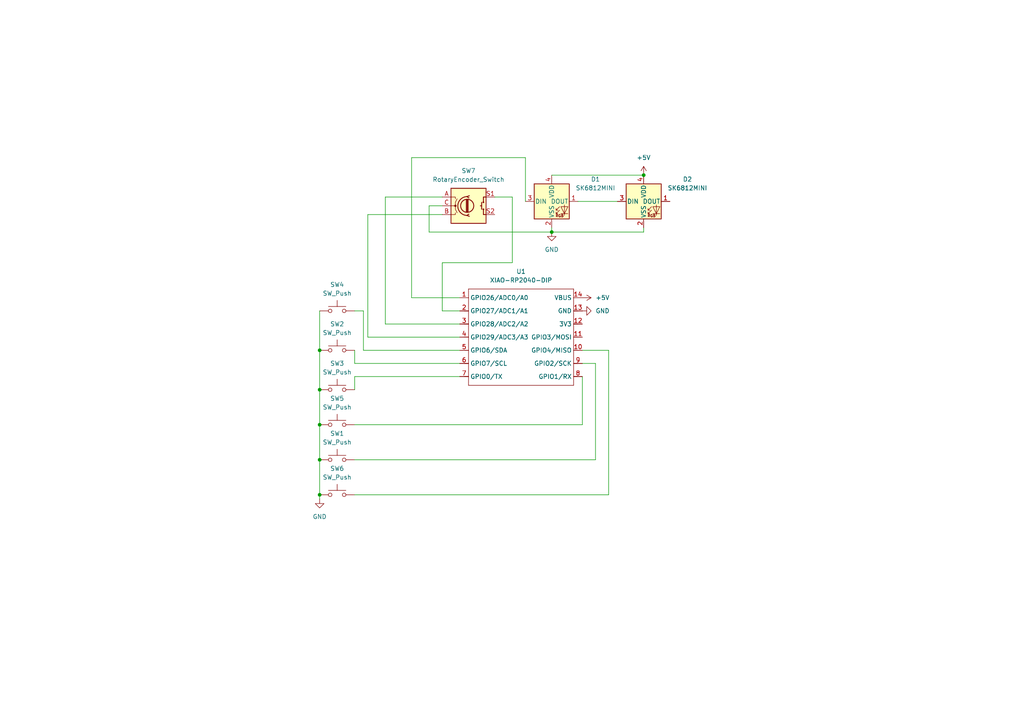
<source format=kicad_sch>
(kicad_sch (version 20250114) (generator "eeschema") (generator_version "9.0")
  (paper "A4")
  (lib_symbols
    (symbol "Device:RotaryEncoder_Switch" (pin_names (offset 0.254) (hide yes))
      (property "Reference" "SW" (at 0 6.604 0))
      (property "Value" "RotaryEncoder_Switch" (at 0 -6.604 0))
      (symbol "RotaryEncoder_Switch_0_1"
        (rectangle (start -5.08 5.08) (end 5.08 -5.08) (stroke (width 0.254)) (fill (type background)))
        (polyline (pts (xy -5.08 2.54) (xy -3.81 2.54) (xy -3.81 2.032)))
        (polyline (pts (xy -5.08 0) (xy -3.81 0) (xy -3.81 -1.016) (xy -3.302 -2.032)))
        (polyline (pts (xy -5.08 -2.54) (xy -3.81 -2.54) (xy -3.81 -2.032)))
        (polyline (pts (xy -4.318 0) (xy -3.81 0) (xy -3.81 1.016) (xy -3.302 2.032)))
        (circle (center -3.81 0) (radius 0.254) (fill (type outline)))
        (polyline (pts (xy -0.635 -1.778) (xy -0.635 1.778)) (stroke (width 0.254)))
        (circle (center -0.381 0) (radius 1.905) (stroke (width 0.254)))
        (polyline (pts (xy -0.381 -1.778) (xy -0.381 1.778)) (stroke (width 0.254)))
        (arc (start -0.381 -2.794) (mid -3.0988 -0.0635) (end -0.381 2.667) (stroke (width 0.254)))
        (polyline (pts (xy -0.127 1.778) (xy -0.127 -1.778)) (stroke (width 0.254)))
        (polyline (pts (xy 0.254 2.921) (xy -0.508 2.667) (xy 0.127 2.286)) (stroke (width 0.254)))
        (polyline (pts (xy 0.254 -3.048) (xy -0.508 -2.794) (xy 0.127 -2.413)) (stroke (width 0.254)))
        (polyline (pts (xy 3.81 1.016) (xy 3.81 -1.016)) (stroke (width 0.254)))
        (polyline (pts (xy 3.81 0) (xy 3.429 0)) (stroke (width 0.254)))
        (circle (center 4.318 1.016) (radius 0.127) (stroke (width 0.254)))
        (circle (center 4.318 -1.016) (radius 0.127) (stroke (width 0.254)))
        (polyline (pts (xy 5.08 2.54) (xy 4.318 2.54) (xy 4.318 1.016)) (stroke (width 0.254)))
        (polyline (pts (xy 5.08 -2.54) (xy 4.318 -2.54) (xy 4.318 -1.016)) (stroke (width 0.254)))
      )
      (symbol "RotaryEncoder_Switch_1_1"
        (pin passive line (at -7.62 2.54 0) (length 2.54) (name "A") (number "A"))
        (pin passive line (at -7.62 0 0) (length 2.54) (name "C") (number "C"))
        (pin passive line (at -7.62 -2.54 0) (length 2.54) (name "B") (number "B"))
        (pin passive line (at 7.62 2.54 180) (length 2.54) (name "S1") (number "S1"))
        (pin passive line (at 7.62 -2.54 180) (length 2.54) (name "S2") (number "S2"))
      )
    )
    (symbol "LED:SK6812MINI" (pin_names (offset 0.254))
      (property "Reference" "D" (at 5.08 5.715 0))
      (property "Value" "SK6812MINI" (at 1.27 -5.715 0))
      (symbol "SK6812MINI_0_0"
        (text "RGB" (at 2.286 -4.191 0) (effects (font (size 0.762 0.762))))
      )
      (symbol "SK6812MINI_0_1"
        (polyline (pts (xy 1.27 -2.54) (xy 1.778 -2.54)))
        (polyline (pts (xy 1.27 -3.556) (xy 1.778 -3.556)))
        (polyline (pts (xy 2.286 -1.524) (xy 1.27 -2.54) (xy 1.27 -2.032)))
        (polyline (pts (xy 2.286 -2.54) (xy 1.27 -3.556) (xy 1.27 -3.048)))
        (polyline (pts (xy 3.683 -1.016) (xy 3.683 -3.556) (xy 3.683 -4.064)))
        (polyline (pts (xy 4.699 -1.524) (xy 2.667 -1.524) (xy 3.683 -3.556) (xy 4.699 -1.524)))
        (polyline (pts (xy 4.699 -3.556) (xy 2.667 -3.556)))
        (rectangle (start 5.08 5.08) (end -5.08 -5.08) (stroke (width 0.254)) (fill (type background)))
      )
      (symbol "SK6812MINI_1_1"
        (pin input line (at -7.62 0 0) (length 2.54) (name "DIN") (number "3"))
        (pin power_in line (at 0 7.62 270) (length 2.54) (name "VDD") (number "4"))
        (pin power_in line (at 0 -7.62 90) (length 2.54) (name "VSS") (number "2"))
        (pin output line (at 7.62 0 180) (length 2.54) (name "DOUT") (number "1"))
      )
    )
    (symbol "OPL:XIAO-RP2040-DIP"
      (property "Reference" "U" (at 0 0 0))
      (property "Value" "XIAO-RP2040-DIP" (at 5.334 -1.778 0))
      (symbol "XIAO-RP2040-DIP_1_0"
        (polyline (pts (xy -1.27 -2.54) (xy 29.21 -2.54)) (stroke (width 0.1524)))
        (polyline (pts (xy -1.27 -5.08) (xy -2.54 -5.08)) (stroke (width 0.1524)))
        (polyline (pts (xy -1.27 -5.08) (xy -1.27 -2.54)) (stroke (width 0.1524)))
        (polyline (pts (xy -1.27 -8.89) (xy -2.54 -8.89)) (stroke (width 0.1524)))
        (polyline (pts (xy -1.27 -8.89) (xy -1.27 -5.08)) (stroke (width 0.1524)))
        (polyline (pts (xy -1.27 -12.7) (xy -2.54 -12.7)) (stroke (width 0.1524)))
        (polyline (pts (xy -1.27 -12.7) (xy -1.27 -8.89)) (stroke (width 0.1524)))
        (polyline (pts (xy -1.27 -16.51) (xy -2.54 -16.51)) (stroke (width 0.1524)))
        (polyline (pts (xy -1.27 -16.51) (xy -1.27 -12.7)) (stroke (width 0.1524)))
        (polyline (pts (xy -1.27 -20.32) (xy -2.54 -20.32)) (stroke (width 0.1524)))
        (polyline (pts (xy -1.27 -24.13) (xy -2.54 -24.13)) (stroke (width 0.1524)))
        (polyline (pts (xy -1.27 -27.94) (xy -2.54 -27.94)) (stroke (width 0.1524)))
        (polyline (pts (xy -1.27 -30.48) (xy -1.27 -16.51)) (stroke (width 0.1524)))
        (polyline (pts (xy 29.21 -2.54) (xy 29.21 -5.08)) (stroke (width 0.1524)))
        (polyline (pts (xy 29.21 -5.08) (xy 29.21 -8.89)) (stroke (width 0.1524)))
        (polyline (pts (xy 29.21 -8.89) (xy 29.21 -12.7)) (stroke (width 0.1524)))
        (polyline (pts (xy 29.21 -12.7) (xy 29.21 -30.48)) (stroke (width 0.1524)))
        (polyline (pts (xy 29.21 -30.48) (xy -1.27 -30.48)) (stroke (width 0.1524)))
        (polyline (pts (xy 30.48 -5.08) (xy 29.21 -5.08)) (stroke (width 0.1524)))
        (polyline (pts (xy 30.48 -8.89) (xy 29.21 -8.89)) (stroke (width 0.1524)))
        (polyline (pts (xy 30.48 -12.7) (xy 29.21 -12.7)) (stroke (width 0.1524)))
        (polyline (pts (xy 30.48 -16.51) (xy 29.21 -16.51)) (stroke (width 0.1524)))
        (polyline (pts (xy 30.48 -20.32) (xy 29.21 -20.32)) (stroke (width 0.1524)))
        (polyline (pts (xy 30.48 -24.13) (xy 29.21 -24.13)) (stroke (width 0.1524)))
        (polyline (pts (xy 30.48 -27.94) (xy 29.21 -27.94)) (stroke (width 0.1524)))
        (pin passive line (at -3.81 -5.08 0) (length 2.54) (name "GPIO26/ADC0/A0") (number "1"))
        (pin passive line (at -3.81 -8.89 0) (length 2.54) (name "GPIO27/ADC1/A1") (number "2"))
        (pin passive line (at -3.81 -12.7 0) (length 2.54) (name "GPIO28/ADC2/A2") (number "3"))
        (pin passive line (at -3.81 -16.51 0) (length 2.54) (name "GPIO29/ADC3/A3") (number "4"))
        (pin passive line (at -3.81 -20.32 0) (length 2.54) (name "GPIO6/SDA") (number "5"))
        (pin passive line (at -3.81 -24.13 0) (length 2.54) (name "GPIO7/SCL") (number "6"))
        (pin passive line (at -3.81 -27.94 0) (length 2.54) (name "GPIO0/TX") (number "7"))
        (pin passive line (at 31.75 -5.08 180) (length 2.54) (name "VBUS") (number "14"))
        (pin passive line (at 31.75 -8.89 180) (length 2.54) (name "GND") (number "13"))
        (pin passive line (at 31.75 -12.7 180) (length 2.54) (name "3V3") (number "12"))
        (pin passive line (at 31.75 -16.51 180) (length 2.54) (name "GPIO3/MOSI") (number "11"))
        (pin passive line (at 31.75 -20.32 180) (length 2.54) (name "GPIO4/MISO") (number "10"))
        (pin passive line (at 31.75 -24.13 180) (length 2.54) (name "GPIO2/SCK") (number "9"))
        (pin passive line (at 31.75 -27.94 180) (length 2.54) (name "GPIO1/RX") (number "8"))
      )
    )
    (symbol "Switch:SW_Push" (pin_numbers (hide yes)) (pin_names (offset 1.016) (hide yes))
      (property "Reference" "SW" (at 1.27 2.54 0))
      (property "Value" "SW_Push" (at 0 -1.524 0))
      (symbol "SW_Push_0_1"
        (circle (center -2.032 0) (radius 0.508))
        (polyline (pts (xy 0 1.27) (xy 0 3.048)))
        (circle (center 2.032 0) (radius 0.508))
        (polyline (pts (xy 2.54 1.27) (xy -2.54 1.27)))
        (pin passive line (at -5.08 0 0) (length 2.54) (name "1") (number "1"))
        (pin passive line (at 5.08 0 180) (length 2.54) (name "2") (number "2"))
      )
    )
    (symbol "power:+5V" (power) (pin_numbers (hide yes)) (pin_names (offset 0) (hide yes))
      (property "Value" "+5V" (at 0 3.556 0))
      (symbol "+5V_0_1"
        (polyline (pts (xy -0.762 1.27) (xy 0 2.54)))
        (polyline (pts (xy 0 2.54) (xy 0.762 1.27)))
        (polyline (pts (xy 0 0) (xy 0 2.54)))
      )
      (symbol "+5V_1_1"
        (pin power_in line (at 0 0 90) (length 0) (name "~") (number "1"))
      )
    )
    (symbol "power:GND" (power) (pin_numbers (hide yes)) (pin_names (offset 0) (hide yes))
      (property "Value" "GND" (at 0 -3.81 0))
      (symbol "GND_0_1"
        (polyline (pts (xy 0 0) (xy 0 -1.27) (xy 1.27 -1.27) (xy 0 -2.54) (xy -1.27 -1.27) (xy 0 -1.27)))
      )
      (symbol "GND_1_1"
        (pin power_in line (at 0 0 270) (length 0) (name "~") (number "1"))
      )
    )
  )
  (junction (at 92.71 143.51))
  (junction (at 160.02 67.31))
  (junction (at 92.71 123.19))
  (junction (at 186.69 50.8))
  (junction (at 92.71 101.6))
  (junction (at 92.71 113.03))
  (junction (at 92.71 133.35))
  (wire (pts (xy 143.51 57.15) (xy 148.59 57.15)))
  (wire (pts (xy 102.87 123.19) (xy 168.91 123.19)))
  (wire (pts (xy 119.38 45.72) (xy 119.38 86.36)))
  (wire (pts (xy 105.41 90.17) (xy 105.41 101.6)))
  (wire (pts (xy 128.27 90.17) (xy 133.35 90.17)))
  (wire (pts (xy 128.27 57.15) (xy 111.76 57.15)))
  (wire (pts (xy 102.87 143.51) (xy 176.53 143.51)))
  (wire (pts (xy 106.68 97.79) (xy 133.35 97.79)))
  (wire (pts (xy 160.02 50.8) (xy 186.69 50.8)))
  (wire (pts (xy 168.91 123.19) (xy 168.91 109.22)))
  (wire (pts (xy 160.02 66.04) (xy 160.02 67.31)))
  (wire (pts (xy 128.27 76.2) (xy 128.27 90.17)))
  (wire (pts (xy 186.69 67.31) (xy 186.69 66.04)))
  (wire (pts (xy 102.87 113.03) (xy 102.87 109.22)))
  (wire (pts (xy 152.4 45.72) (xy 119.38 45.72)))
  (wire (pts (xy 102.87 105.41) (xy 133.35 105.41)))
  (wire (pts (xy 148.59 57.15) (xy 148.59 76.2)))
  (wire (pts (xy 92.71 133.35) (xy 92.71 143.51)))
  (wire (pts (xy 102.87 133.35) (xy 172.72 133.35)))
  (wire (pts (xy 160.02 67.31) (xy 124.46 67.31)))
  (wire (pts (xy 176.53 101.6) (xy 168.91 101.6)))
  (wire (pts (xy 102.87 109.22) (xy 133.35 109.22)))
  (wire (pts (xy 124.46 67.31) (xy 124.46 59.69)))
  (wire (pts (xy 124.46 59.69) (xy 128.27 59.69)))
  (wire (pts (xy 128.27 62.23) (xy 106.68 62.23)))
  (wire (pts (xy 111.76 93.98) (xy 133.35 93.98)))
  (wire (pts (xy 119.38 86.36) (xy 133.35 86.36)))
  (wire (pts (xy 102.87 101.6) (xy 102.87 105.41)))
  (wire (pts (xy 92.71 123.19) (xy 92.71 133.35)))
  (wire (pts (xy 152.4 58.42) (xy 152.4 45.72)))
  (wire (pts (xy 167.64 58.42) (xy 179.07 58.42)))
  (wire (pts (xy 92.71 101.6) (xy 92.71 113.03)))
  (wire (pts (xy 111.76 57.15) (xy 111.76 93.98)))
  (wire (pts (xy 92.71 113.03) (xy 92.71 123.19)))
  (wire (pts (xy 148.59 76.2) (xy 128.27 76.2)))
  (wire (pts (xy 172.72 105.41) (xy 168.91 105.41)))
  (wire (pts (xy 106.68 62.23) (xy 106.68 97.79)))
  (wire (pts (xy 160.02 67.31) (xy 186.69 67.31)))
  (wire (pts (xy 172.72 133.35) (xy 172.72 105.41)))
  (wire (pts (xy 102.87 90.17) (xy 105.41 90.17)))
  (wire (pts (xy 176.53 143.51) (xy 176.53 101.6)))
  (wire (pts (xy 92.71 90.17) (xy 92.71 101.6)))
  (wire (pts (xy 105.41 101.6) (xy 133.35 101.6)))
  (wire (pts (xy 92.71 144.78) (xy 92.71 143.51)))
  (symbol (lib_id "power:+5V") (at 168.91 86.36 270) (unit 1)
    (property "Reference" "#PWR01" (effects (hide yes)))
    (property "Value" "+5V" (at 172.72 86.3599 90) (effects (justify left)))
    (property "Description" "Power symbol creates a global label with name \"+5V\"" (effects (hide yes)))
  )
  (symbol (lib_id "Switch:SW_Push") (at 97.79 123.19 0) (unit 1)
    (property "Reference" "SW5" (at 97.79 115.57 0))
    (property "Value" "SW_Push" (at 97.79 118.11 0))
    (property "Footprint" "Button_Switch_Keyboard:SW_Cherry_MX_1.00u_PCB" (effects (hide yes)))
    (property "Description" "Push button switch, generic, two pins" (effects (hide yes)))
  )
  (symbol (lib_id "Switch:SW_Push") (at 97.79 143.51 0) (unit 1)
    (property "Reference" "SW6" (at 97.79 135.89 0))
    (property "Value" "SW_Push" (at 97.79 138.43 0))
    (property "Footprint" "Button_Switch_Keyboard:SW_Cherry_MX_1.00u_PCB" (effects (hide yes)))
    (property "Description" "Push button switch, generic, two pins" (effects (hide yes)))
  )
  (symbol (lib_id "Switch:SW_Push") (at 97.79 133.35 0) (unit 1)
    (property "Reference" "SW1" (at 97.79 125.73 0))
    (property "Value" "SW_Push" (at 97.79 128.27 0))
    (property "Footprint" "Button_Switch_Keyboard:SW_Cherry_MX_1.00u_PCB" (effects (hide yes)))
    (property "Description" "Push button switch, generic, two pins" (effects (hide yes)))
  )
  (symbol (lib_id "Switch:SW_Push") (at 97.79 101.6 0) (unit 1)
    (property "Reference" "SW2" (at 97.79 93.98 0))
    (property "Value" "SW_Push" (at 97.79 96.52 0))
    (property "Footprint" "Button_Switch_Keyboard:SW_Cherry_MX_1.00u_PCB" (effects (hide yes)))
    (property "Description" "Push button switch, generic, two pins" (effects (hide yes)))
  )
  (symbol (lib_id "power:+5V") (at 186.69 50.8 0) (unit 1)
    (property "Reference" "#PWR05" (effects (hide yes)))
    (property "Value" "+5V" (at 186.69 45.72 0))
    (property "Description" "Power symbol creates a global label with name \"+5V\"" (effects (hide yes)))
  )
  (symbol (lib_id "power:GND") (at 160.02 67.31 0) (unit 1)
    (property "Reference" "#PWR04" (effects (hide yes)))
    (property "Value" "GND" (at 160.02 72.39 0))
    (property "Description" "Power symbol creates a global label with name \"GND\" , ground" (effects (hide yes)))
  )
  (symbol (lib_id "Switch:SW_Push") (at 97.79 113.03 0) (unit 1)
    (property "Reference" "SW3" (at 97.79 105.41 0))
    (property "Value" "SW_Push" (at 97.79 107.95 0))
    (property "Footprint" "Button_Switch_Keyboard:SW_Cherry_MX_1.00u_PCB" (effects (hide yes)))
    (property "Description" "Push button switch, generic, two pins" (effects (hide yes)))
  )
  (symbol (lib_id "Device:RotaryEncoder_Switch") (at 135.89 59.69 0) (unit 1)
    (property "Reference" "SW7" (at 135.89 49.53 0))
    (property "Value" "RotaryEncoder_Switch" (at 135.89 52.07 0))
    (property "Footprint" "Rotary_Encoder:RotaryEncoder_Alps_EC11E-Switch_Vertical_H20mm" (effects (hide yes)))
    (property "Description" "Rotary encoder, dual channel, incremental quadrate outputs, with switch" (effects (hide yes)))
  )
  (symbol (lib_id "power:GND") (at 92.71 144.78 0) (unit 1)
    (property "Reference" "#PWR03" (effects (hide yes)))
    (property "Value" "GND" (at 92.71 149.86 0))
    (property "Description" "Power symbol creates a global label with name \"GND\" , ground" (effects (hide yes)))
  )
  (symbol (lib_id "OPL:XIAO-RP2040-DIP") (at 137.16 81.28 0) (unit 1)
    (property "Reference" "U1" (at 151.13 78.74 0))
    (property "Value" "XIAO-RP2040-DIP" (at 151.13 81.28 0))
    (property "Footprint" "OPL:XIAO-RP2040-DIP" (effects (hide yes)))
  )
  (symbol (lib_id "power:GND") (at 168.91 90.17 90) (unit 1)
    (property "Reference" "#PWR02" (effects (hide yes)))
    (property "Value" "GND" (at 172.72 90.1699 90) (effects (justify right)))
    (property "Description" "Power symbol creates a global label with name \"GND\" , ground" (effects (hide yes)))
  )
  (symbol (lib_id "Switch:SW_Push") (at 97.79 90.17 0) (unit 1)
    (property "Reference" "SW4" (at 97.79 82.55 0))
    (property "Value" "SW_Push" (at 97.79 85.09 0))
    (property "Footprint" "Button_Switch_Keyboard:SW_Cherry_MX_1.00u_PCB" (effects (hide yes)))
    (property "Description" "Push button switch, generic, two pins" (effects (hide yes)))
  )
  (symbol (lib_id "LED:SK6812MINI") (at 186.69 58.42 0) (unit 1)
    (property "Reference" "D2" (at 199.39 51.9998 0))
    (property "Value" "SK6812MINI" (at 199.39 54.5398 0))
    (property "Footprint" "LED_SMD:LED_SK6812MINI_PLCC4_3.5x3.5mm_P1.75mm" (effects (hide yes)))
    (property "Datasheet" "https://cdn-shop.adafruit.com/product-files/2686/SK6812MINI_REV.01-1-2.pdf" (effects (hide yes)))
    (property "Description" "RGB LED with integrated controller" (effects (hide yes)))
  )
  (symbol (lib_id "LED:SK6812MINI") (at 160.02 58.42 0) (unit 1)
    (property "Reference" "D1" (at 172.72 51.9998 0))
    (property "Value" "SK6812MINI" (at 172.72 54.5398 0))
    (property "Footprint" "LED_SMD:LED_SK6812MINI_PLCC4_3.5x3.5mm_P1.75mm" (effects (hide yes)))
    (property "Datasheet" "https://cdn-shop.adafruit.com/product-files/2686/SK6812MINI_REV.01-1-2.pdf" (effects (hide yes)))
    (property "Description" "RGB LED with integrated controller" (effects (hide yes)))
  )
)
</source>
